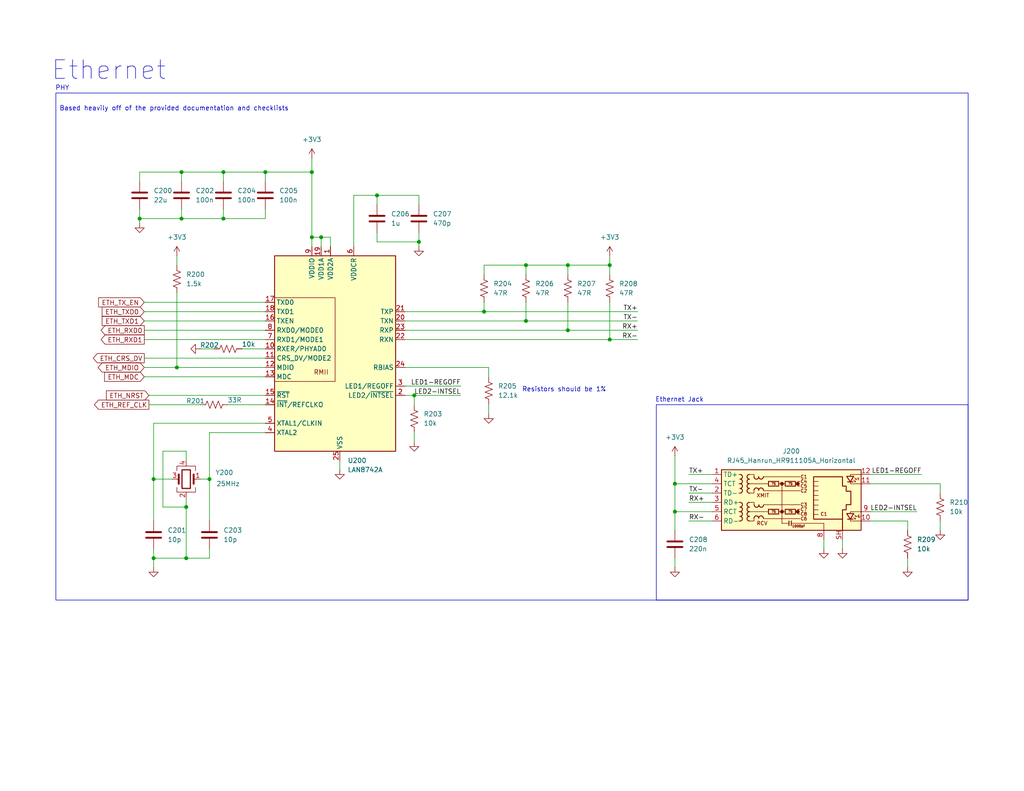
<source format=kicad_sch>
(kicad_sch (version 20250114) (generator "eeschema") (generator_version "9.0")
  (paper "USLetter")
  (title_block (title "Thermocouple Board") (date "2025-10-15") (rev "1A") (company "Aggie Propulsion and Rocketry Lab") (comment 1 "Drawn by: Nolan Poe") (comment 2 "Checked by: Daniel Fan"))
  (lib_symbols
    (symbol "Connector:RJ45_Hanrun_HR911105A_Horizontal"
      (property "Reference" "J" (at 18.415 10.16 0))
      (property "Value" "RJ45_Hanrun_HR911105A_Horizontal" (at -19.05 10.16 0))
      (symbol "RJ45_Hanrun_HR911105A_Horizontal_0_0"
        (circle (center -1.27 5.08) (radius 0.0001) (stroke (width 0.508)))
        (polyline (pts (xy -1.27 5.08) (xy -1.27 -5.715)))
        (circle (center -1.27 -2.54) (radius 0.0001) (stroke (width 0.508)))
        (polyline (pts (xy 0.635 -5.08) (xy 0.635 -6.35)) (stroke (width 0.254)))
        (polyline (pts (xy 1.27 -5.08) (xy 1.27 -6.35)) (stroke (width 0.254)))
        (polyline (pts (xy 3.048 5.08) (xy 2.54 5.08)))
        (circle (center 3.048 5.08) (radius 0.0001) (stroke (width 0.508)))
        (polyline (pts (xy 3.048 -2.54) (xy 2.54 -2.54)))
        (circle (center 3.048 -2.54) (radius 0.0001) (stroke (width 0.508)))
        (polyline (pts (xy 3.683 5.715) (xy 3.048 5.715) (xy 3.048 4.445) (xy 3.683 4.445)))
        (polyline (pts (xy 3.683 -1.905) (xy 3.048 -1.905) (xy 3.048 -3.175) (xy 3.683 -3.175)))
        (polyline (pts (xy 17.399 7.112) (xy 17.399 7.62) (xy 20.32 7.62)))
        (polyline (pts (xy 17.399 -3.048) (xy 17.399 -2.54) (xy 20.32 -2.54)))
        (polyline (pts (xy 20.32 5.08) (xy 17.399 5.08) (xy 17.399 5.588)))
        (polyline (pts (xy 20.32 -5.08) (xy 17.399 -5.08) (xy 17.399 -4.572)))
        (text "XMIT" (at -8.255 1.905 0) (effects (font (size 1.016 1.016)) (justify left)))
        (text "RCV" (at -8.255 -5.715 0) (effects (font (size 1.016 1.016)) (justify left)))
        (text "C1" (at 4.699 6.985 0) (effects (font (size 0.889 0.889))))
        (text "C4" (at 4.699 5.715 0) (effects (font (size 0.889 0.889))))
        (text "C5" (at 4.699 4.445 0) (effects (font (size 0.889 0.889))))
        (text "C2" (at 4.699 3.175 0) (effects (font (size 0.889 0.889))))
        (text "C3" (at 4.699 -0.635 0) (effects (font (size 0.889 0.889))))
        (text "C7" (at 4.699 -1.905 0) (effects (font (size 0.889 0.889))))
        (text "C8" (at 4.699 -3.175 0) (effects (font (size 0.889 0.889))))
        (text "C6" (at 4.699 -4.445 0) (effects (font (size 0.889 0.889))))
        (text "C1" (at 10.16 -3.175 0) (effects (font (size 0.889 0.889))))
      )
      (symbol "RJ45_Hanrun_HR911105A_Horizontal_0_1"
        (rectangle (start -17.78 8.89) (end 20.32 -7.62) (stroke (width 0.254)) (fill (type background)))
        (polyline (pts (xy -12.7 7.62) (xy -13.081 7.62)))
        (polyline (pts (xy -12.7 5.08) (xy -13.081 5.08)))
        (polyline (pts (xy -12.7 2.54) (xy -13.081 2.54)))
        (polyline (pts (xy -12.7 0) (xy -13.081 0)))
        (polyline (pts (xy -12.7 -2.54) (xy -13.081 -2.54)))
        (polyline (pts (xy -12.7 -5.08) (xy -13.081 -5.08)))
        (polyline (pts (xy -10.16 7.62) (xy -8.89 7.62) (xy -8.89 6.985)))
        (polyline (pts (xy -10.16 0) (xy -8.89 0) (xy -8.89 -0.635)))
        (polyline (pts (xy -8.89 3.175) (xy -8.89 2.54) (xy -10.16 2.54)))
        (polyline (pts (xy -8.89 -4.445) (xy -8.89 -5.08) (xy -10.16 -5.08)))
        (polyline (pts (xy -6.35 6.985) (xy 3.683 6.985)))
        (polyline (pts (xy -6.35 3.175) (xy 3.683 3.175)))
        (polyline (pts (xy -6.35 -4.445) (xy 3.683 -4.445)))
        (polyline (pts (xy -6.223 -0.635) (xy 3.683 -0.635)))
        (polyline (pts (xy -5.08 -2.54) (xy -10.16 -2.54)))
        (polyline (pts (xy -4.953 5.08) (xy -10.16 5.08)))
        (polyline (pts (xy -2.159 5.08) (xy -0.381 5.08)))
        (polyline (pts (xy -2.159 -2.54) (xy -0.381 -2.54)))
        (polyline (pts (xy 0.635 -5.715) (xy -1.27 -5.715)))
        (polyline (pts (xy 7.366 3.175) (xy 8.636 3.175)))
        (polyline (pts (xy 7.366 1.905) (xy 8.636 1.905)))
        (polyline (pts (xy 7.366 0.635) (xy 8.636 0.635)))
        (polyline (pts (xy 7.366 -0.762) (xy 8.636 -0.762)))
        (polyline (pts (xy 7.366 -2.032) (xy 8.636 -2.032)))
        (polyline (pts (xy 8.636 5.715) (xy 7.366 5.715)))
        (polyline (pts (xy 8.636 4.445) (xy 7.366 4.445)))
        (polyline (pts (xy 8.636 -3.302) (xy 7.366 -3.302)))
        (polyline (pts (xy 10.16 -5.715) (xy 1.27 -5.715)))
        (polyline (pts (xy 10.16 -5.715) (xy 10.16 -7.62)))
      )
      (symbol "RJ45_Hanrun_HR911105A_Horizontal_1_0"
        (text "1000pF" (at 3.302 -6.477 0) (effects (font (size 0.635 0.635))))
      )
      (symbol "RJ45_Hanrun_HR911105A_Horizontal_1_1"
        (arc (start -12.7 0) (mid -12.0677 -0.635) (end -12.7 -1.27) (stroke (width 0.254)))
        (arc (start -12.6973 7.62) (mid -12.065 6.985) (end -12.6973 6.35) (stroke (width 0.254)))
        (arc (start -12.6973 -1.27) (mid -12.065 -1.905) (end -12.6973 -2.54) (stroke (width 0.254)))
        (arc (start -12.6973 -2.54) (mid -12.065 -3.175) (end -12.6973 -3.81) (stroke (width 0.254)))
        (arc (start -12.6973 -3.81) (mid -12.065 -4.445) (end -12.6973 -5.08) (stroke (width 0.254)))
        (arc (start -12.6946 6.35) (mid -12.0623 5.715) (end -12.6946 5.08) (stroke (width 0.254)))
        (arc (start -12.6946 5.08) (mid -12.0623 4.445) (end -12.6946 3.81) (stroke (width 0.254)))
        (arc (start -12.6946 3.81) (mid -12.0623 3.175) (end -12.6946 2.54) (stroke (width 0.254)))
        (arc (start -10.1654 6.35) (mid -10.7977 6.985) (end -10.1654 7.62) (stroke (width 0.254)))
        (arc (start -10.1654 5.08) (mid -10.7977 5.715) (end -10.1654 6.35) (stroke (width 0.254)))
        (arc (start -10.1654 3.81) (mid -10.7977 4.445) (end -10.1654 5.08) (stroke (width 0.254)))
        (arc (start -10.1654 -1.27) (mid -10.7977 -0.635) (end -10.1654 0) (stroke (width 0.254)))
        (arc (start -10.1654 -2.54) (mid -10.7977 -1.905) (end -10.1654 -1.27) (stroke (width 0.254)))
        (arc (start -10.1654 -3.81) (mid -10.7977 -3.175) (end -10.1654 -2.54) (stroke (width 0.254)))
        (arc (start -10.1627 2.54) (mid -10.795 3.175) (end -10.1627 3.81) (stroke (width 0.254)))
        (arc (start -10.1627 -5.08) (mid -10.795 -4.445) (end -10.1627 -3.81) (stroke (width 0.254)))
        (arc (start -7.62 6.9823) (mid -8.255 6.35) (end -8.89 6.9823) (stroke (width 0.254)))
        (arc (start -8.89 3.3047) (mid -8.255 3.937) (end -7.62 3.3047) (stroke (width 0.254)))
        (arc (start -8.89 -4.3153) (mid -8.255 -3.683) (end -7.62 -4.3153) (stroke (width 0.254)))
        (arc (start -7.5565 -0.7012) (mid -8.1915 -1.3335) (end -8.8265 -0.7012) (stroke (width 0.254)))
        (arc (start -6.35 6.985) (mid -6.985 6.3527) (end -7.62 6.985) (stroke (width 0.254)))
        (arc (start -7.62 3.3074) (mid -6.985 3.9397) (end -6.35 3.3074) (stroke (width 0.254)))
        (arc (start -7.62 -4.3126) (mid -6.985 -3.6803) (end -6.35 -4.3126) (stroke (width 0.254)))
        (arc (start -6.2865 -0.6985) (mid -6.9215 -1.3308) (end -7.5565 -0.6985) (stroke (width 0.254)))
        (rectangle (start -4.953 5.715) (end -2.159 4.445) (stroke (width 0.254)))
        (rectangle (start -4.953 -1.905) (end -2.159 -3.175) (stroke (width 0.254)))
        (rectangle (start -0.381 5.715) (end 2.413 4.445) (stroke (width 0.254)))
        (rectangle (start -0.381 -1.905) (end 2.413 -3.175) (stroke (width 0.254)))
        (polyline (pts (xy 7.366 -4.572) (xy 7.366 6.985) (xy 15.24 6.985) (xy 15.24 4.445) (xy 16.256 4.445) (xy 16.256 3.048) (xy 17.526 3.048) (xy 17.526 -0.635) (xy 16.256 -0.635) (xy 16.256 -2.032) (xy 15.24 -2.032) (xy 15.24 -4.572) (xy 7.366 -4.572)) (stroke (width 0.254)))
        (polyline (pts (xy 15.24 -7.62) (xy 15.24 -4.572)) (stroke (width 0.254)))
        (polyline (pts (xy 18.161 5.588) (xy 16.637 5.588)) (stroke (width 0.254)))
        (polyline (pts (xy 18.161 -4.572) (xy 16.637 -4.572)) (stroke (width 0.254)))
        (polyline (pts (xy 18.288 7.112) (xy 16.383 7.112) (xy 17.399 5.588) (xy 18.288 7.112)) (stroke (width 0.254)))
        (polyline (pts (xy 18.288 6.096) (xy 18.796 5.588) (xy 18.542 5.588)))
        (polyline (pts (xy 18.288 -3.048) (xy 16.383 -3.048) (xy 17.399 -4.572) (xy 18.288 -3.048)) (stroke (width 0.254)))
        (polyline (pts (xy 18.288 -4.064) (xy 18.796 -4.572) (xy 18.542 -4.572)))
        (polyline (pts (xy 18.542 6.731) (xy 19.05 6.223) (xy 18.796 6.223)))
        (polyline (pts (xy 18.542 -3.429) (xy 19.05 -3.937) (xy 18.796 -3.937)))
        (polyline (pts (xy 18.796 5.588) (xy 18.796 5.842)))
        (polyline (pts (xy 18.796 -4.572) (xy 18.796 -4.318)))
        (polyline (pts (xy 19.05 6.223) (xy 19.05 6.477)))
        (polyline (pts (xy 19.05 -3.937) (xy 19.05 -3.683)))
        (text "75" (at -3.556 5.08 0) (effects (font (size 0.635 0.635))))
        (text "75" (at -3.556 -2.54 0) (effects (font (size 0.635 0.635))))
        (text "75" (at 1.016 5.08 0) (effects (font (size 0.635 0.635))))
        (text "75" (at 1.016 -2.54 0) (effects (font (size 0.635 0.635))))
        (text "Y" (at 19.558 6.35 0) (effects (font (size 0.635 0.635))))
        (text "G" (at 19.685 -3.81 0) (effects (font (size 0.635 0.635))))
        (pin passive line (at -20.32 7.62 0) (length 2.54) (name "TD+") (number "1"))
        (pin passive line (at -20.32 5.08 0) (length 2.54) (name "TCT") (number "4"))
        (pin passive line (at -20.32 2.54 0) (length 2.54) (name "TD-") (number "2"))
        (pin passive line (at -20.32 0 0) (length 2.54) (name "RD+") (number "3"))
        (pin passive line (at -20.32 -2.54 0) (length 2.54) (name "RCT") (number "5"))
        (pin passive line (at -20.32 -5.08 0) (length 2.54) (name "RD-") (number "6"))
        (pin power_in line (at 10.16 -10.16 90) (length 2.54) (name "") (number "8"))
        (pin passive line (at 15.24 -10.16 90) (length 2.54) (name "") (number "SH"))
        (pin no_connect line (at 20.32 0 0) (length 0) (hide yes) (name "NC") (number "7"))
        (pin passive line (at 22.86 7.62 180) (length 2.54) (name "") (number "12"))
        (pin passive line (at 22.86 5.08 180) (length 2.54) (name "") (number "11"))
        (pin passive line (at 22.86 -2.54 180) (length 2.54) (name "") (number "9"))
        (pin passive line (at 22.86 -5.08 180) (length 2.54) (name "") (number "10"))
      )
    )
    (symbol "Device:C" (pin_numbers (hide yes)) (pin_names (offset 0.254))
      (property "Reference" "C" (at 0.635 2.54 0))
      (property "Value" "C" (at 0.635 -2.54 0))
      (symbol "C_0_1"
        (polyline (pts (xy -2.032 0.762) (xy 2.032 0.762)) (stroke (width 0.508)))
        (polyline (pts (xy -2.032 -0.762) (xy 2.032 -0.762)) (stroke (width 0.508)))
      )
      (symbol "C_1_1"
        (pin passive line (at 0 3.81 270) (length 2.794) (name "~") (number "1"))
        (pin passive line (at 0 -3.81 90) (length 2.794) (name "~") (number "2"))
      )
    )
    (symbol "Device:Crystal_GND24" (pin_names (offset 1.016) (hide yes))
      (property "Reference" "Y" (at 3.175 5.08 0))
      (property "Value" "Crystal_GND24" (at 3.175 3.175 0))
      (symbol "Crystal_GND24_0_1"
        (polyline (pts (xy -2.54 2.286) (xy -2.54 3.556) (xy 2.54 3.556) (xy 2.54 2.286)))
        (polyline (pts (xy -2.54 0) (xy -2.032 0)))
        (polyline (pts (xy -2.54 -2.286) (xy -2.54 -3.556) (xy 2.54 -3.556) (xy 2.54 -2.286)))
        (polyline (pts (xy -2.032 -1.27) (xy -2.032 1.27)) (stroke (width 0.508)))
        (rectangle (start -1.143 2.54) (end 1.143 -2.54) (stroke (width 0.3048)))
        (polyline (pts (xy 0 3.556) (xy 0 3.81)))
        (polyline (pts (xy 0 -3.81) (xy 0 -3.556)))
        (polyline (pts (xy 2.032 0) (xy 2.54 0)))
        (polyline (pts (xy 2.032 -1.27) (xy 2.032 1.27)) (stroke (width 0.508)))
      )
      (symbol "Crystal_GND24_1_1"
        (pin passive line (at -3.81 0 0) (length 1.27) (name "1") (number "1"))
        (pin passive line (at 0 5.08 270) (length 1.27) (name "2") (number "2"))
        (pin passive line (at 0 -5.08 90) (length 1.27) (name "4") (number "4"))
        (pin passive line (at 3.81 0 180) (length 1.27) (name "3") (number "3"))
      )
    )
    (symbol "Device:R_US" (pin_numbers (hide yes)) (pin_names (offset 0))
      (property "Reference" "R" (at 2.54 0 90))
      (property "Value" "R_US" (at -2.54 0 90))
      (symbol "R_US_0_1"
        (polyline (pts (xy 0 2.286) (xy 0 2.54)))
        (polyline (pts (xy 0 2.286) (xy 1.016 1.905) (xy 0 1.524) (xy -1.016 1.143) (xy 0 0.762)))
        (polyline (pts (xy 0 0.762) (xy 1.016 0.381) (xy 0 0) (xy -1.016 -0.381) (xy 0 -0.762)))
        (polyline (pts (xy 0 -0.762) (xy 1.016 -1.143) (xy 0 -1.524) (xy -1.016 -1.905) (xy 0 -2.286)))
        (polyline (pts (xy 0 -2.286) (xy 0 -2.54)))
      )
      (symbol "R_US_1_1"
        (pin passive line (at 0 3.81 270) (length 1.27) (name "~") (number "1"))
        (pin passive line (at 0 -3.81 90) (length 1.27) (name "~") (number "2"))
      )
    )
    (symbol "customlib:LAN8742A"
      (property "Reference" "U" (at -13.97 29.21 0))
      (property "Value" "LAN8742A" (at 15.24 29.21 0))
      (symbol "LAN8742A_0_0"
        (text "RMII" (at -5.08 -3.81 0) (effects (font (size 1.27 1.27))))
      )
      (symbol "LAN8742A_0_1"
        (rectangle (start -17.78 27.94) (end 15.24 -25.4) (stroke (width 0.254)) (fill (type background)))
        (polyline (pts (xy -17.78 -6.35) (xy -1.27 -6.35) (xy -1.27 16.51) (xy -17.78 16.51)))
      )
      (symbol "LAN8742A_1_1"
        (pin input line (at -20.32 15.24 0) (length 2.54) (name "TXD0") (number "17"))
        (pin input line (at -20.32 12.7 0) (length 2.54) (name "TXD1") (number "18"))
        (pin input line (at -20.32 10.16 0) (length 2.54) (name "TXEN") (number "16"))
        (pin bidirectional line (at -20.32 7.62 0) (length 2.54) (name "RXD0/MODE0") (number "8"))
        (pin bidirectional line (at -20.32 5.08 0) (length 2.54) (name "RXD1/MODE1") (number "7"))
        (pin output line (at -20.32 2.54 0) (length 2.54) (name "RXER/PHYAD0") (number "10"))
        (pin bidirectional line (at -20.32 0 0) (length 2.54) (name "CRS_DV/MODE2") (number "11"))
        (pin bidirectional line (at -20.32 -2.54 0) (length 2.54) (name "MDIO") (number "12"))
        (pin input line (at -20.32 -5.08 0) (length 2.54) (name "MDC") (number "13"))
        (pin input line (at -20.32 -10.16 0) (length 2.54) (name "~{RST}") (number "15"))
        (pin output line (at -20.32 -12.7 0) (length 2.54) (name "~{INT}/REFCLKO") (number "14"))
        (pin input line (at -20.32 -17.78 0) (length 2.54) (name "XTAL1/CLKIN") (number "5"))
        (pin output line (at -20.32 -20.32 0) (length 2.54) (name "XTAL2") (number "4"))
        (pin power_in line (at -7.62 30.48 270) (length 2.54) (name "VDDIO") (number "9"))
        (pin power_in line (at -5.08 30.48 270) (length 2.54) (name "VDD1A") (number "19"))
        (pin power_in line (at -2.54 30.48 270) (length 2.54) (name "VDD2A") (number "1"))
        (pin power_in line (at 0 -27.94 90) (length 2.54) (name "VSS") (number "25"))
        (pin free line (at 3.81 30.48 270) (length 2.54) (name "VDDCR") (number "6"))
        (pin passive line (at 17.78 12.7 180) (length 2.54) (name "TXP") (number "21"))
        (pin passive line (at 17.78 10.16 180) (length 2.54) (name "TXN") (number "20"))
        (pin passive line (at 17.78 7.62 180) (length 2.54) (name "RXP") (number "23"))
        (pin passive line (at 17.78 5.08 180) (length 2.54) (name "RXN") (number "22"))
        (pin passive line (at 17.78 -2.54 180) (length 2.54) (name "RBIAS") (number "24"))
        (pin bidirectional line (at 17.78 -7.62 180) (length 2.54) (name "LED1/REGOFF") (number "3"))
        (pin bidirectional line (at 17.78 -10.16 180) (length 2.54) (name "LED2/~{INTSEL}") (number "2"))
      )
    )
    (symbol "power:+3V3" (power) (pin_numbers (hide yes)) (pin_names (offset 0) (hide yes))
      (property "Value" "+3V3" (at 0 3.556 0))
      (symbol "+3V3_0_1"
        (polyline (pts (xy -0.762 1.27) (xy 0 2.54)))
        (polyline (pts (xy 0 2.54) (xy 0.762 1.27)))
        (polyline (pts (xy 0 0) (xy 0 2.54)))
      )
      (symbol "+3V3_1_1"
        (pin power_in line (at 0 0 90) (length 0) (name "~") (number "1"))
      )
    )
    (symbol "power:GND" (power) (pin_numbers (hide yes)) (pin_names (offset 0) (hide yes))
      (property "Value" "GND" (at 0 -3.81 0))
      (symbol "GND_0_1"
        (polyline (pts (xy 0 0) (xy 0 -1.27) (xy 1.27 -1.27) (xy 0 -2.54) (xy -1.27 -1.27) (xy 0 -1.27)))
      )
      (symbol "GND_1_1"
        (pin power_in line (at 0 0 270) (length 0) (name "~") (number "1"))
      )
    )
  )
  (rectangle (start 15.24 25.4) (end 264.16 163.83))
  (rectangle (start 179.07 110.49) (end 264.16 163.83))
  (text "Ethernet" (at 29.718 19.304 0) (effects (font (size 5.08 5.08))))
  (text "Resistors should be 1%" (at 153.924 106.426 0) (effects (font (size 1.27 1.27))))
  (text "Ethernet Jack" (at 185.42 109.22 0) (effects (font (size 1.27 1.27))))
  (text "PHY" (at 17.018 24.13 0) (effects (font (size 1.27 1.27))))
  (text "Based heavily off of the provided documentation and checklists" (at 47.498 29.718 0) (effects (font (size 1.27 1.27))))
  (junction (at 132.08 85.09))
  (junction (at 48.26 100.33))
  (junction (at 50.8 138.43))
  (junction (at 72.39 46.99))
  (junction (at 154.94 72.39))
  (junction (at 113.03 107.95))
  (junction (at 85.09 46.99))
  (junction (at 50.8 152.4))
  (junction (at 114.3 66.04))
  (junction (at 143.51 87.63))
  (junction (at 38.1 59.69))
  (junction (at 154.94 90.17))
  (junction (at 85.09 64.77))
  (junction (at 60.96 46.99))
  (junction (at 143.51 72.39))
  (junction (at 41.91 130.81))
  (junction (at 57.15 130.81))
  (junction (at 41.91 152.4))
  (junction (at 49.53 46.99))
  (junction (at 184.15 139.7))
  (junction (at 166.37 92.71))
  (junction (at 49.53 59.69))
  (junction (at 102.87 53.34))
  (junction (at 166.37 72.39))
  (junction (at 87.63 64.77))
  (junction (at 60.96 59.69))
  (junction (at 184.15 132.08))
  (wire (pts (xy 187.96 129.54) (xy 194.31 129.54)))
  (wire (pts (xy 96.52 53.34) (xy 96.52 67.31)))
  (wire (pts (xy 166.37 72.39) (xy 166.37 74.93)))
  (wire (pts (xy 113.03 107.95) (xy 113.03 110.49)))
  (wire (pts (xy 39.37 100.33) (xy 48.26 100.33)))
  (wire (pts (xy 102.87 53.34) (xy 102.87 55.88)))
  (wire (pts (xy 256.54 142.24) (xy 256.54 144.78)))
  (wire (pts (xy 38.1 59.69) (xy 49.53 59.69)))
  (wire (pts (xy 110.49 90.17) (xy 154.94 90.17)))
  (wire (pts (xy 132.08 82.55) (xy 132.08 85.09)))
  (wire (pts (xy 237.49 139.7) (xy 250.19 139.7)))
  (wire (pts (xy 133.35 110.49) (xy 133.35 113.03)))
  (wire (pts (xy 87.63 64.77) (xy 90.17 64.77)))
  (wire (pts (xy 247.65 142.24) (xy 247.65 144.78)))
  (wire (pts (xy 49.53 46.99) (xy 60.96 46.99)))
  (wire (pts (xy 57.15 152.4) (xy 57.15 149.86)))
  (wire (pts (xy 41.91 115.57) (xy 72.39 115.57)))
  (wire (pts (xy 44.45 138.43) (xy 50.8 138.43)))
  (wire (pts (xy 39.37 85.09) (xy 72.39 85.09)))
  (wire (pts (xy 184.15 124.46) (xy 184.15 132.08)))
  (wire (pts (xy 39.37 90.17) (xy 72.39 90.17)))
  (wire (pts (xy 57.15 130.81) (xy 57.15 142.24)))
  (wire (pts (xy 72.39 57.15) (xy 72.39 59.69)))
  (wire (pts (xy 229.87 147.32) (xy 229.87 149.86)))
  (wire (pts (xy 39.37 102.87) (xy 72.39 102.87)))
  (wire (pts (xy 247.65 142.24) (xy 237.49 142.24)))
  (wire (pts (xy 40.64 110.49) (xy 54.61 110.49)))
  (wire (pts (xy 110.49 87.63) (xy 143.51 87.63)))
  (wire (pts (xy 85.09 43.18) (xy 85.09 46.99)))
  (wire (pts (xy 85.09 67.31) (xy 85.09 64.77)))
  (wire (pts (xy 110.49 85.09) (xy 132.08 85.09)))
  (wire (pts (xy 49.53 49.53) (xy 49.53 46.99)))
  (wire (pts (xy 154.94 72.39) (xy 154.94 74.93)))
  (wire (pts (xy 54.61 95.25) (xy 58.42 95.25)))
  (wire (pts (xy 154.94 72.39) (xy 166.37 72.39)))
  (wire (pts (xy 132.08 72.39) (xy 143.51 72.39)))
  (wire (pts (xy 114.3 67.31) (xy 114.3 66.04)))
  (wire (pts (xy 102.87 66.04) (xy 114.3 66.04)))
  (wire (pts (xy 187.96 134.62) (xy 194.31 134.62)))
  (wire (pts (xy 166.37 82.55) (xy 166.37 92.71)))
  (wire (pts (xy 184.15 144.78) (xy 184.15 139.7)))
  (wire (pts (xy 92.71 125.73) (xy 92.71 128.27)))
  (wire (pts (xy 72.39 118.11) (xy 57.15 118.11)))
  (wire (pts (xy 166.37 92.71) (xy 173.99 92.71)))
  (wire (pts (xy 49.53 59.69) (xy 49.53 57.15)))
  (wire (pts (xy 87.63 64.77) (xy 87.63 67.31)))
  (wire (pts (xy 39.37 82.55) (xy 72.39 82.55)))
  (wire (pts (xy 110.49 105.41) (xy 125.73 105.41)))
  (wire (pts (xy 110.49 107.95) (xy 113.03 107.95)))
  (wire (pts (xy 38.1 57.15) (xy 38.1 59.69)))
  (wire (pts (xy 60.96 46.99) (xy 60.96 49.53)))
  (wire (pts (xy 224.79 147.32) (xy 224.79 149.86)))
  (wire (pts (xy 154.94 90.17) (xy 173.99 90.17)))
  (wire (pts (xy 143.51 72.39) (xy 143.51 74.93)))
  (wire (pts (xy 41.91 115.57) (xy 41.91 130.81)))
  (wire (pts (xy 57.15 118.11) (xy 57.15 130.81)))
  (wire (pts (xy 113.03 107.95) (xy 125.73 107.95)))
  (wire (pts (xy 85.09 64.77) (xy 87.63 64.77)))
  (wire (pts (xy 72.39 46.99) (xy 72.39 49.53)))
  (wire (pts (xy 154.94 82.55) (xy 154.94 90.17)))
  (wire (pts (xy 154.94 72.39) (xy 143.51 72.39)))
  (wire (pts (xy 102.87 53.34) (xy 114.3 53.34)))
  (wire (pts (xy 237.49 129.54) (xy 251.46 129.54)))
  (wire (pts (xy 114.3 63.5) (xy 114.3 66.04)))
  (wire (pts (xy 39.37 87.63) (xy 72.39 87.63)))
  (wire (pts (xy 41.91 152.4) (xy 50.8 152.4)))
  (wire (pts (xy 166.37 69.85) (xy 166.37 72.39)))
  (wire (pts (xy 44.45 123.19) (xy 44.45 138.43)))
  (wire (pts (xy 143.51 87.63) (xy 173.99 87.63)))
  (wire (pts (xy 90.17 67.31) (xy 90.17 64.77)))
  (wire (pts (xy 184.15 139.7) (xy 194.31 139.7)))
  (wire (pts (xy 184.15 132.08) (xy 194.31 132.08)))
  (wire (pts (xy 256.54 132.08) (xy 237.49 132.08)))
  (wire (pts (xy 102.87 63.5) (xy 102.87 66.04)))
  (wire (pts (xy 38.1 49.53) (xy 38.1 46.99)))
  (wire (pts (xy 41.91 130.81) (xy 41.91 142.24)))
  (wire (pts (xy 110.49 92.71) (xy 166.37 92.71)))
  (wire (pts (xy 113.03 118.11) (xy 113.03 120.65)))
  (wire (pts (xy 60.96 46.99) (xy 72.39 46.99)))
  (wire (pts (xy 184.15 154.94) (xy 184.15 152.4)))
  (wire (pts (xy 38.1 60.96) (xy 38.1 59.69)))
  (wire (pts (xy 72.39 46.99) (xy 85.09 46.99)))
  (wire (pts (xy 114.3 53.34) (xy 114.3 55.88)))
  (wire (pts (xy 66.04 95.25) (xy 72.39 95.25)))
  (wire (pts (xy 50.8 138.43) (xy 50.8 152.4)))
  (wire (pts (xy 50.8 138.43) (xy 50.8 135.89)))
  (wire (pts (xy 85.09 64.77) (xy 85.09 46.99)))
  (wire (pts (xy 46.99 130.81) (xy 41.91 130.81)))
  (wire (pts (xy 50.8 125.73) (xy 50.8 123.19)))
  (wire (pts (xy 49.53 59.69) (xy 60.96 59.69)))
  (wire (pts (xy 38.1 46.99) (xy 49.53 46.99)))
  (wire (pts (xy 256.54 132.08) (xy 256.54 134.62)))
  (wire (pts (xy 40.64 107.95) (xy 72.39 107.95)))
  (wire (pts (xy 62.23 110.49) (xy 72.39 110.49)))
  (wire (pts (xy 60.96 57.15) (xy 60.96 59.69)))
  (wire (pts (xy 247.65 152.4) (xy 247.65 154.94)))
  (wire (pts (xy 96.52 53.34) (xy 102.87 53.34)))
  (wire (pts (xy 132.08 72.39) (xy 132.08 74.93)))
  (wire (pts (xy 50.8 152.4) (xy 57.15 152.4)))
  (wire (pts (xy 39.37 97.79) (xy 72.39 97.79)))
  (wire (pts (xy 184.15 139.7) (xy 184.15 132.08)))
  (wire (pts (xy 41.91 154.94) (xy 41.91 152.4)))
  (wire (pts (xy 60.96 59.69) (xy 72.39 59.69)))
  (wire (pts (xy 48.26 69.85) (xy 48.26 72.39)))
  (wire (pts (xy 133.35 100.33) (xy 133.35 102.87)))
  (wire (pts (xy 41.91 149.86) (xy 41.91 152.4)))
  (wire (pts (xy 48.26 100.33) (xy 72.39 100.33)))
  (wire (pts (xy 187.96 137.16) (xy 194.31 137.16)))
  (wire (pts (xy 39.37 92.71) (xy 72.39 92.71)))
  (wire (pts (xy 54.61 130.81) (xy 57.15 130.81)))
  (wire (pts (xy 187.96 142.24) (xy 194.31 142.24)))
  (wire (pts (xy 50.8 123.19) (xy 44.45 123.19)))
  (wire (pts (xy 143.51 82.55) (xy 143.51 87.63)))
  (wire (pts (xy 48.26 80.01) (xy 48.26 100.33)))
  (wire (pts (xy 132.08 85.09) (xy 173.99 85.09)))
  (wire (pts (xy 110.49 100.33) (xy 133.35 100.33)))
  (label "RX-" (at 173.99 92.71 180))
  (label "TX-" (at 187.96 134.62 0))
  (label "RX-" (at 187.96 142.24 0))
  (label "LED1-REGOFF" (at 125.73 105.41 180))
  (label "LED2-INTSEL" (at 125.73 107.95 180))
  (label "TX+" (at 187.96 129.54 0))
  (label "TX+" (at 173.99 85.09 180))
  (label "RX+" (at 187.96 137.16 0))
  (label "LED1-REGOFF" (at 251.46 129.54 180))
  (label "LED2-INTSEL" (at 250.19 139.7 180))
  (label "RX+" (at 173.99 90.17 180))
  (label "TX-" (at 173.99 87.63 180))
  (global_label "ETH_RXD0" (shape output) (at 39.37 90.17 180) (property "Intersheetrefs" "${INTERSHEET_REFS}" (effects (hide yes))))
  (global_label "ETH_MDIO" (shape bidirectional) (at 39.37 100.33 180) (property "Intersheetrefs" "${INTERSHEET_REFS}" (effects (hide yes))))
  (global_label "ETH_CRS_DV" (shape output) (at 39.37 97.79 180) (property "Intersheetrefs" "${INTERSHEET_REFS}" (effects (hide yes))))
  (global_label "ETH_TXD1" (shape input) (at 39.37 87.63 180) (property "Intersheetrefs" "${INTERSHEET_REFS}" (effects (hide yes))))
  (global_label "ETH_MDC" (shape input) (at 39.37 102.87 180) (property "Intersheetrefs" "${INTERSHEET_REFS}" (effects (hide yes))))
  (global_label "ETH_REF_CLK" (shape output) (at 40.64 110.49 180) (property "Intersheetrefs" "${INTERSHEET_REFS}" (effects (hide yes))))
  (global_label "ETH_RXD1" (shape output) (at 39.37 92.71 180) (property "Intersheetrefs" "${INTERSHEET_REFS}" (effects (hide yes))))
  (global_label "ETH_NRST" (shape input) (at 40.64 107.95 180) (property "Intersheetrefs" "${INTERSHEET_REFS}" (effects (hide yes))))
  (global_label "ETH_TX_EN" (shape input) (at 39.37 82.55 180) (property "Intersheetrefs" "${INTERSHEET_REFS}" (effects (hide yes))))
  (global_label "ETH_TXD0" (shape input) (at 39.37 85.09 180) (property "Intersheetrefs" "${INTERSHEET_REFS}" (effects (hide yes))))
  (symbol (lib_id "Device:C") (at 41.91 146.05 0) (unit 1)
    (property "Reference" "C201" (at 45.72 144.7799 0) (effects (justify left)))
    (property "Value" "10p" (at 45.72 147.3199 0) (effects (justify left)))
    (property "Footprint" "Library:C_0402_1005Metric" (effects (hide yes)))
    (property "Description" "Unpolarized capacitor" (effects (hide yes)))
    (property "LCSC" "C32949" (effects (hide yes)))
  )
  (symbol (lib_id "power:+3V3") (at 48.26 69.85 0) (unit 1)
    (property "Reference" "#PWR0202" (effects (hide yes)))
    (property "Value" "+3V3" (at 48.26 64.77 0))
    (property "Description" "Power symbol creates a global label with name \"+3V3\"" (effects (hide yes)))
  )
  (symbol (lib_id "Device:C") (at 38.1 53.34 0) (unit 1)
    (property "Reference" "C200" (at 41.91 52.0699 0) (effects (justify left)))
    (property "Value" "22u" (at 41.91 54.6099 0) (effects (justify left)))
    (property "Footprint" "Capacitor_SMD:C_0805_2012Metric" (effects (hide yes)))
    (property "Description" "Unpolarized capacitor" (effects (hide yes)))
    (property "LCSC" "C602037" (effects (hide yes)))
  )
  (symbol (lib_id "Device:C") (at 102.87 59.69 0) (unit 1)
    (property "Reference" "C206" (at 106.68 58.4199 0) (effects (justify left)))
    (property "Value" "1u" (at 106.68 60.9599 0) (effects (justify left)))
    (property "Footprint" "Library:C_0402_1005Metric" (effects (hide yes)))
    (property "Description" "Unpolarized capacitor" (effects (hide yes)))
    (property "LCSC" "C602037" (effects (hide yes)))
  )
  (symbol (lib_id "power:GND") (at 41.91 154.94 0) (unit 1)
    (property "Reference" "#PWR0201" (effects (hide yes)))
    (property "Value" "GND" (effects (hide yes)))
    (property "Description" "Power symbol creates a global label with name \"GND\" , ground" (effects (hide yes)))
  )
  (symbol (lib_id "Device:R_US") (at 132.08 78.74 0) (unit 1)
    (property "Reference" "R204" (at 134.62 77.4699 0) (effects (justify left)))
    (property "Value" "47R" (at 134.62 80.0099 0) (effects (justify left)))
    (property "Footprint" "Library:R_0402_1005Metric" (effects (hide yes)))
    (property "Description" "Resistor, US symbol" (effects (hide yes)))
    (property "LCSC" "C87044" (effects (hide yes)))
  )
  (symbol (lib_id "Connector:RJ45_Hanrun_HR911105A_Horizontal") (at 214.63 137.16 0) (unit 1)
    (property "Reference" "J200" (at 215.9 123.19 0))
    (property "Value" "RJ45_Hanrun_HR911105A_Horizontal" (at 215.9 125.73 0))
    (property "Footprint" "Library:RJ45_Hanrun_HR911105A_Horizontal" (effects (hide yes)))
    (property "Datasheet" "https://datasheet.lcsc.com/lcsc/1811141815_HANRUN-Zhongshan-HanRun-Elec-HR911105A_C12074.pdf" (effects (hide yes)))
    (property "Description" "1 Port RJ45 Magjack Connector Through Hole 10/100 Base-T, AutoMDIX" (effects (hide yes)))
    (property "LCSC" "C12074" (effects (hide yes)))
  )
  (symbol (lib_id "power:+3V3") (at 85.09 43.18 0) (unit 1)
    (property "Reference" "#PWR0204" (effects (hide yes)))
    (property "Value" "+3V3" (at 85.09 38.1 0))
    (property "Description" "Power symbol creates a global label with name \"+3V3\"" (effects (hide yes)))
  )
  (symbol (lib_id "Device:R_US") (at 58.42 110.49 90) (unit 1)
    (property "Reference" "R201" (at 53.34 109.474 90))
    (property "Value" "33R" (at 64.008 109.22 90))
    (property "Footprint" "Library:R_0402_1005Metric" (effects (hide yes)))
    (property "Description" "Resistor, US symbol" (effects (hide yes)))
    (property "LCSC" "C138002" (effects (hide yes)))
  )
  (symbol (lib_id "power:GND") (at 229.87 149.86 0) (unit 1)
    (property "Reference" "#PWR0213" (effects (hide yes)))
    (property "Value" "GND" (effects (hide yes)))
    (property "Description" "Power symbol creates a global label with name \"GND\" , ground" (effects (hide yes)))
  )
  (symbol (lib_id "power:GND") (at 92.71 128.27 0) (unit 1)
    (property "Reference" "#PWR0205" (effects (hide yes)))
    (property "Value" "GND" (effects (hide yes)))
    (property "Description" "Power symbol creates a global label with name \"GND\" , ground" (effects (hide yes)))
  )
  (symbol (lib_id "Device:C") (at 49.53 53.34 0) (unit 1)
    (property "Reference" "C202" (at 53.34 52.0699 0) (effects (justify left)))
    (property "Value" "100n" (at 53.34 54.6099 0) (effects (justify left)))
    (property "Footprint" "Library:C_0402_1005Metric" (effects (hide yes)))
    (property "Description" "Unpolarized capacitor" (effects (hide yes)))
    (property "LCSC" "C1525" (effects (hide yes)))
  )
  (symbol (lib_id "Device:C") (at 72.39 53.34 0) (unit 1)
    (property "Reference" "C205" (at 76.2 52.0699 0) (effects (justify left)))
    (property "Value" "100n" (at 76.2 54.6099 0) (effects (justify left)))
    (property "Footprint" "Library:C_0402_1005Metric" (effects (hide yes)))
    (property "Description" "Unpolarized capacitor" (effects (hide yes)))
    (property "LCSC" "C1525" (effects (hide yes)))
  )
  (symbol (lib_id "Device:R_US") (at 62.23 95.25 90) (unit 1)
    (property "Reference" "R202" (at 57.15 94.234 90))
    (property "Value" "10k" (at 67.818 93.98 90))
    (property "Footprint" "Library:R_0402_1005Metric" (effects (hide yes)))
    (property "Description" "Resistor, US symbol" (effects (hide yes)))
    (property "LCSC" "C60490" (effects (hide yes)))
  )
  (symbol (lib_id "power:GND") (at 114.3 67.31 0) (unit 1)
    (property "Reference" "#PWR0207" (effects (hide yes)))
    (property "Value" "GND" (effects (hide yes)))
    (property "Description" "Power symbol creates a global label with name \"GND\" , ground" (effects (hide yes)))
  )
  (symbol (lib_id "Device:R_US") (at 166.37 78.74 0) (unit 1)
    (property "Reference" "R208" (at 168.91 77.4699 0) (effects (justify left)))
    (property "Value" "47R" (at 168.91 80.0099 0) (effects (justify left)))
    (property "Footprint" "Library:R_0402_1005Metric" (effects (hide yes)))
    (property "Description" "Resistor, US symbol" (effects (hide yes)))
    (property "LCSC" "C87044" (effects (hide yes)))
  )
  (symbol (lib_id "Device:C") (at 184.15 148.59 0) (unit 1)
    (property "Reference" "C208" (at 187.96 147.3199 0) (effects (justify left)))
    (property "Value" "220n" (at 187.96 149.8599 0) (effects (justify left)))
    (property "Footprint" "Library:C_0402_1005Metric" (effects (hide yes)))
    (property "Description" "Unpolarized capacitor" (effects (hide yes)))
    (property "LCSC" "C1525" (effects (hide yes)))
  )
  (symbol (lib_id "Device:C") (at 114.3 59.69 0) (unit 1)
    (property "Reference" "C207" (at 118.11 58.4199 0) (effects (justify left)))
    (property "Value" "470p" (at 118.11 60.9599 0) (effects (justify left)))
    (property "Footprint" "Library:C_0402_1005Metric" (effects (hide yes)))
    (property "Description" "Unpolarized capacitor" (effects (hide yes)))
    (property "LCSC" "C602037" (effects (hide yes)))
  )
  (symbol (lib_id "Device:R_US") (at 133.35 106.68 0) (unit 1)
    (property "Reference" "R205" (at 135.89 105.4099 0) (effects (justify left)))
    (property "Value" "12.1k" (at 135.89 107.9499 0) (effects (justify left)))
    (property "Footprint" "Library:R_0402_1005Metric" (effects (hide yes)))
    (property "Description" "Resistor, US symbol" (effects (hide yes)))
    (property "LCSC" "C25852" (effects (hide yes)))
  )
  (symbol (lib_id "Device:Crystal_GND24") (at 50.8 130.81 180) (unit 1)
    (property "Reference" "Y200" (at 61.214 129.032 0))
    (property "Value" "25MHz" (at 62.23 132.08 0))
    (property "Footprint" "Library:CRYSTAL-SMD_4P-L2.0-W1.6-BL" (effects (hide yes)))
    (property "Description" "Four pin crystal, GND on pins 2 and 4" (effects (hide yes)))
    (property "LCSC" "C5765970" (effects (hide yes)))
  )
  (symbol (lib_id "Device:C") (at 57.15 146.05 0) (unit 1)
    (property "Reference" "C203" (at 60.96 144.7799 0) (effects (justify left)))
    (property "Value" "10p" (at 60.96 147.3199 0) (effects (justify left)))
    (property "Footprint" "Library:C_0402_1005Metric" (effects (hide yes)))
    (property "Description" "Unpolarized capacitor" (effects (hide yes)))
    (property "LCSC" "C32949" (effects (hide yes)))
  )
  (symbol (lib_id "power:GND") (at 184.15 154.94 0) (unit 1)
    (property "Reference" "#PWR0211" (effects (hide yes)))
    (property "Value" "GND" (effects (hide yes)))
    (property "Description" "Power symbol creates a global label with name \"GND\" , ground" (effects (hide yes)))
  )
  (symbol (lib_id "power:GND") (at 133.35 113.03 0) (unit 1)
    (property "Reference" "#PWR0208" (effects (hide yes)))
    (property "Value" "GND" (effects (hide yes)))
    (property "Description" "Power symbol creates a global label with name \"GND\" , ground" (effects (hide yes)))
  )
  (symbol (lib_id "power:GND") (at 113.03 120.65 0) (unit 1)
    (property "Reference" "#PWR0206" (effects (hide yes)))
    (property "Value" "GND" (effects (hide yes)))
    (property "Description" "Power symbol creates a global label with name \"GND\" , ground" (effects (hide yes)))
  )
  (symbol (lib_id "Device:R_US") (at 143.51 78.74 0) (unit 1)
    (property "Reference" "R206" (at 146.05 77.4699 0) (effects (justify left)))
    (property "Value" "47R" (at 146.05 80.0099 0) (effects (justify left)))
    (property "Footprint" "Library:R_0402_1005Metric" (effects (hide yes)))
    (property "Description" "Resistor, US symbol" (effects (hide yes)))
    (property "LCSC" "C87044" (effects (hide yes)))
  )
  (symbol (lib_id "Device:C") (at 60.96 53.34 0) (unit 1)
    (property "Reference" "C204" (at 64.77 52.0699 0) (effects (justify left)))
    (property "Value" "100n" (at 64.77 54.6099 0) (effects (justify left)))
    (property "Footprint" "Library:C_0402_1005Metric" (effects (hide yes)))
    (property "Description" "Unpolarized capacitor" (effects (hide yes)))
    (property "LCSC" "C1525" (effects (hide yes)))
  )
  (symbol (lib_id "Device:R_US") (at 256.54 138.43 0) (unit 1)
    (property "Reference" "R210" (at 259.08 137.1599 0) (effects (justify left)))
    (property "Value" "10k" (at 259.08 139.6999 0) (effects (justify left)))
    (property "Footprint" "Library:R_0402_1005Metric" (effects (hide yes)))
    (property "Description" "Resistor, US symbol" (effects (hide yes)))
    (property "LCSC" "C105875" (effects (hide yes)))
  )
  (symbol (lib_id "power:GND") (at 256.54 144.78 0) (unit 1)
    (property "Reference" "#PWR0215" (effects (hide yes)))
    (property "Value" "GND" (effects (hide yes)))
    (property "Description" "Power symbol creates a global label with name \"GND\" , ground" (effects (hide yes)))
  )
  (symbol (lib_id "Device:R_US") (at 113.03 114.3 0) (unit 1)
    (property "Reference" "R203" (at 115.57 113.0299 0) (effects (justify left)))
    (property "Value" "10k" (at 115.57 115.5699 0) (effects (justify left)))
    (property "Footprint" "Library:R_0402_1005Metric" (effects (hide yes)))
    (property "Description" "Resistor, US symbol" (effects (hide yes)))
    (property "LCSC" "C60490" (effects (hide yes)))
  )
  (symbol (lib_id "power:GND") (at 247.65 154.94 0) (unit 1)
    (property "Reference" "#PWR0214" (effects (hide yes)))
    (property "Value" "GND" (effects (hide yes)))
    (property "Description" "Power symbol creates a global label with name \"GND\" , ground" (effects (hide yes)))
  )
  (symbol (lib_id "power:GND") (at 224.79 149.86 0) (unit 1)
    (property "Reference" "#PWR0212" (effects (hide yes)))
    (property "Value" "GND" (effects (hide yes)))
    (property "Description" "Power symbol creates a global label with name \"GND\" , ground" (effects (hide yes)))
  )
  (symbol (lib_id "power:+3V3") (at 184.15 124.46 0) (unit 1)
    (property "Reference" "#PWR0210" (effects (hide yes)))
    (property "Value" "+3V3" (at 184.15 119.38 0))
    (property "Description" "Power symbol creates a global label with name \"+3V3\"" (effects (hide yes)))
  )
  (symbol (lib_id "power:GND") (at 38.1 60.96 0) (unit 1)
    (property "Reference" "#PWR0200" (effects (hide yes)))
    (property "Value" "GND" (effects (hide yes)))
    (property "Description" "Power symbol creates a global label with name \"GND\" , ground" (effects (hide yes)))
  )
  (symbol (lib_id "Device:R_US") (at 48.26 76.2 0) (unit 1)
    (property "Reference" "R200" (at 50.8 74.9299 0) (effects (justify left)))
    (property "Value" "1.5k" (at 50.8 77.4699 0) (effects (justify left)))
    (property "Footprint" "Library:R_0402_1005Metric" (effects (hide yes)))
    (property "Description" "Resistor, US symbol" (effects (hide yes)))
    (property "LCSC" "C60490" (effects (hide yes)))
  )
  (symbol (lib_id "Device:R_US") (at 247.65 148.59 0) (unit 1)
    (property "Reference" "R209" (at 250.19 147.3199 0) (effects (justify left)))
    (property "Value" "10k" (at 250.19 149.8599 0) (effects (justify left)))
    (property "Footprint" "Library:R_0402_1005Metric" (effects (hide yes)))
    (property "Description" "Resistor, US symbol" (effects (hide yes)))
    (property "LCSC" "C105875" (effects (hide yes)))
  )
  (symbol (lib_id "power:GND") (at 54.61 95.25 270) (unit 1)
    (property "Reference" "#PWR0203" (effects (hide yes)))
    (property "Value" "GND" (effects (hide yes)))
    (property "Description" "Power symbol creates a global label with name \"GND\" , ground" (effects (hide yes)))
  )
  (symbol (lib_id "customlib:LAN8742A") (at 92.71 97.79 0) (unit 1)
    (property "Reference" "U200" (at 94.8533 125.73 0) (effects (justify left)))
    (property "Value" "LAN8742A" (at 94.8533 128.27 0) (effects (justify left)))
    (property "Footprint" "Library:VQFN-24-1EP_4x4mm_P0.5mm_EP2.5x2.5mm_ThermalVias" (effects (hide yes)))
    (property "Datasheet" "http://ww1.microchip.com/downloads/en/DeviceDoc/8742a.pdf" (effects (hide yes)))
    (property "Description" "LAN8720 Ethernet PHY with RMII interface, QFN-24" (effects (hide yes)))
  )
  (symbol (lib_id "power:+3V3") (at 166.37 69.85 0) (unit 1)
    (property "Reference" "#PWR0209" (effects (hide yes)))
    (property "Value" "+3V3" (at 166.37 64.77 0))
    (property "Description" "Power symbol creates a global label with name \"+3V3\"" (effects (hide yes)))
  )
  (symbol (lib_id "Device:R_US") (at 154.94 78.74 0) (unit 1)
    (property "Reference" "R207" (at 157.48 77.4699 0) (effects (justify left)))
    (property "Value" "47R" (at 157.48 80.0099 0) (effects (justify left)))
    (property "Footprint" "Library:R_0402_1005Metric" (effects (hide yes)))
    (property "Description" "Resistor, US symbol" (effects (hide yes)))
    (property "LCSC" "C87044" (effects (hide yes)))
  )
)
</source>
